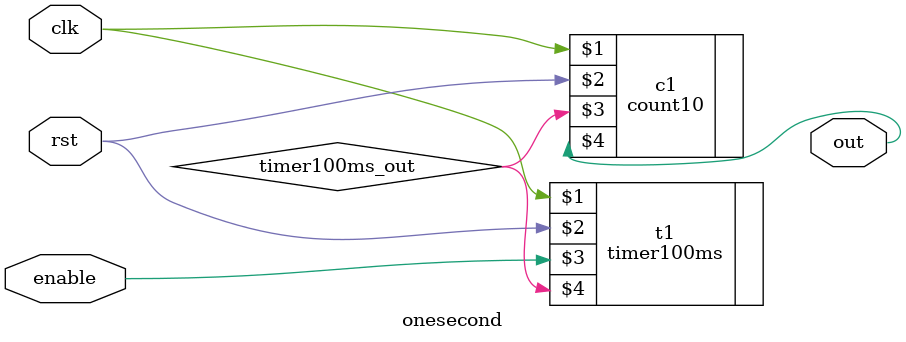
<source format=v>
module onesecond(clk,rst,enable,out);

input clk,rst,enable;

output out;

wire timer100ms_out;

	timer100ms t1(clk,rst,enable,timer100ms_out);
	count10 c1(clk,rst,timer100ms_out,out);

endmodule

</source>
